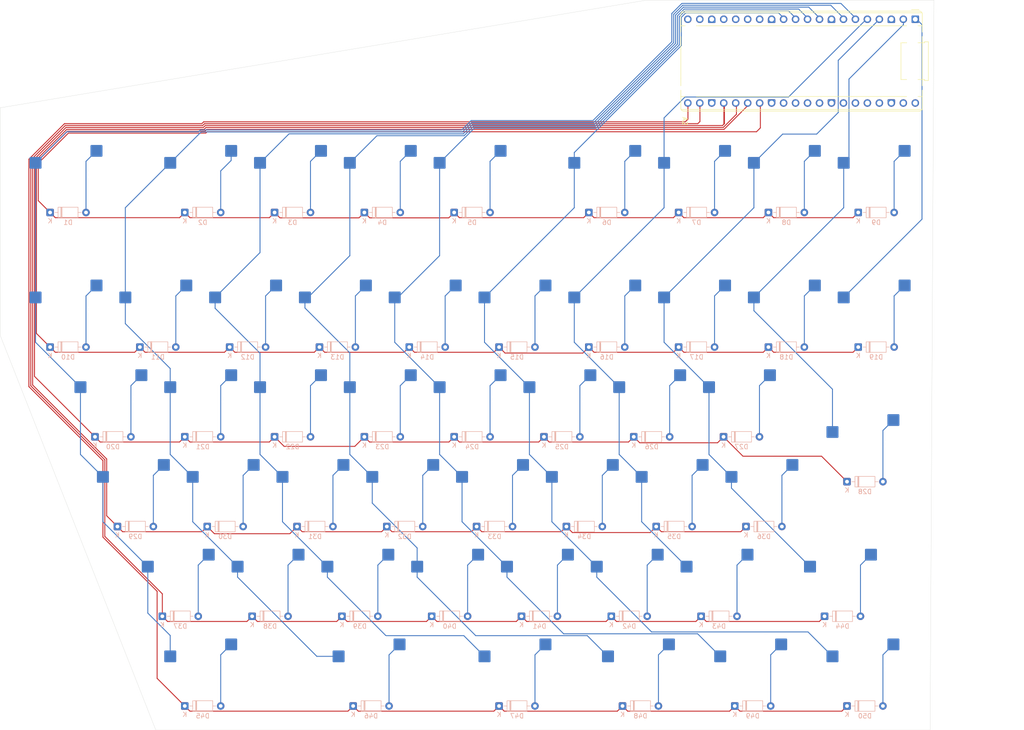
<source format=kicad_pcb>
(kicad_pcb (version 20241229) (generator "pcbnew") (generator_version "9.0")
  (layers (0 "F.Cu" signal) (2 "B.Cu" signal) (13 "F.Paste" user) (15 "B.Paste" user) (5 "F.SilkS" user "F.Silkscreen") (7 "B.SilkS" user "B.Silkscreen") (1 "F.Mask" user) (3 "B.Mask" user) (25 "Edge.Cuts" user))
  (net 0 "")
  (net 1 "Row0")
  (net 2 "Col0")
  (net 3 "Col9")
  (net 4 "Row3")
  (net 5 "Col7")
  (net 6 "Row4")
  (net 7 "Col2")
  (net 8 "Col4")
  (net 9 "Col1")
  (net 10 "Col8")
  (net 11 "Row2")
  (net 12 "Row1")
  (net 13 "Row5")
  (net 14 "Col3")
  (net 15 "Col6")
  (net 16 "Col5")
  (net 17 "Net-(D1-A)")
  (net 18 "Net-(D2-A)")
  (net 19 "Net-(D3-A)")
  (net 20 "Net-(D4-A)")
  (net 21 "Net-(D5-A)")
  (net 22 "Net-(D6-A)")
  (net 23 "Net-(D7-A)")
  (net 24 "Net-(D8-A)")
  (net 25 "Net-(D9-A)")
  (net 26 "Net-(D10-A)")
  (net 27 "Net-(D11-A)")
  (net 28 "Net-(D12-A)")
  (net 29 "Net-(D14-A)")
  (net 30 "Net-(D15-A)")
  (net 31 "Net-(D16-A)")
  (net 32 "Net-(D17-A)")
  (net 33 "Net-(D18-A)")
  (net 34 "Net-(D19-A)")
  (net 35 "Net-(D21-A)")
  (net 36 "Net-(D22-A)")
  (net 37 "Net-(D23-A)")
  (net 38 "Net-(D24-A)")
  (net 39 "Net-(D25-A)")
  (net 40 "Net-(D26-A)")
  (net 41 "Net-(D28-A)")
  (net 42 "Net-(D29-A)")
  (net 43 "Net-(D30-A)")
  (net 44 "Net-(D31-A)")
  (net 45 "Net-(D32-A)")
  (net 46 "Net-(D33-A)")
  (net 47 "Net-(D35-A)")
  (net 48 "Net-(D36-A)")
  (net 49 "Net-(D37-A)")
  (net 50 "Net-(D38-A)")
  (net 51 "Net-(D39-A)")
  (net 52 "Net-(D40-A)")
  (net 53 "Net-(D42-A)")
  (net 54 "Net-(D43-A)")
  (net 55 "Net-(D44-A)")
  (net 56 "Net-(D45-A)")
  (net 57 "Net-(D46-A)")
  (net 58 "Net-(D47-A)")
  (net 59 "Net-(D49-A)")
  (net 60 "Net-(D50-A)")
  (net 61 "Net-(D13-A)")
  (net 62 "Net-(D20-A)")
  (net 63 "Net-(D27-A)")
  (net 64 "Net-(D34-A)")
  (net 65 "Net-(D41-A)")
  (net 66 "Net-(D48-A)")
  (net 67 "Net-(A2-GND-Pad13)")
  (footprint "Module:RaspberryPi_Pico_Common_THT" (layer "F.Cu") (at 219.5575 24.384 -90)
    (property "Reference" "A2")
    (property "Value" "RaspberryPi_Pico")
  )
  (footprint "KeySwitch:MX-Hotswap-1U" (layer "B.Cu") (at 73.339 124.079 180)
    (property "Reference" "SW30")
    (property "Value" "SW_Push")
  )
  (footprint "KeySwitch:MX-Hotswap-1U" (layer "B.Cu") (at 87.6265 57.404 180)
    (property "Reference" "SW3")
    (property "Value" "SW_Push")
  )
  (footprint "Diode_THT:D_DO-35_SOD27_P7.62mm_Horizontal" (layer "B.Cu") (at 205.07025 122.553999)
    (property "Reference" "D28")
    (property "Value" "D")
  )
  (footprint "KeySwitch:MX-Hotswap-1U" (layer "B.Cu") (at 120.964 143.129 180)
    (property "Reference" "SW40")
    (property "Value" "SW_Push")
  )
  (footprint "Diode_THT:D_DO-35_SOD27_P7.62mm_Horizontal" (layer "B.Cu") (at 112.2015 93.978999)
    (property "Reference" "D14")
    (property "Value" "D")
  )
  (footprint "KeySwitch:MX-Hotswap-1U" (layer "B.Cu") (at 68.5765 57.404 180)
    (property "Reference" "SW2")
    (property "Value" "SW_Push")
  )
  (footprint "Diode_THT:D_DO-35_SOD27_P7.62mm_Horizontal" (layer "B.Cu") (at 169.3515 93.978999)
    (property "Reference" "D17")
    (property "Value" "D")
  )
  (footprint "KeySwitch:MX-Hotswap-1U" (layer "B.Cu") (at 135.2515 162.179 180)
    (property "Reference" "SW47")
    (property "Value" "SW_Push")
  )
  (footprint "KeySwitch:MX-Hotswap-1U" (layer "B.Cu") (at 92.389 124.079 180)
    (property "Reference" "SW31")
    (property "Value" "SW_Push")
  )
  (footprint "Diode_THT:D_DO-35_SOD27_P7.62mm_Horizontal" (layer "B.Cu") (at 131.2515 93.978999)
    (property "Reference" "D15")
    (property "Value" "D")
  )
  (footprint "Diode_THT:D_DO-35_SOD27_P7.62mm_Horizontal" (layer "B.Cu") (at 178.8765 113.028999)
    (property "Reference" "D27")
    (property "Value" "D")
  )
  (footprint "Diode_THT:D_DO-35_SOD27_P7.62mm_Horizontal" (layer "B.Cu") (at 69.339 132.078999)
    (property "Reference" "D30")
    (property "Value" "D")
  )
  (footprint "Diode_THT:D_DO-35_SOD27_P7.62mm_Horizontal" (layer "B.Cu") (at 188.4015 93.978999)
    (property "Reference" "D18")
    (property "Value" "D")
  )
  (footprint "KeySwitch:MX-Hotswap-1U" (layer "B.Cu") (at 192.4015 57.404 180)
    (property "Reference" "SW8")
    (property "Value" "SW_Push")
  )
  (footprint "KeySwitch:MX-Hotswap-1U" (layer "B.Cu") (at 40.0015 57.404 180)
    (property "Reference" "SW1")
    (property "Value" "SW_Push")
  )
  (footprint "Diode_THT:D_DO-35_SOD27_P7.62mm_Horizontal" (layer "B.Cu") (at 64.5765 170.178999)
    (property "Reference" "D45")
    (property "Value" "D")
  )
  (footprint "KeySwitch:MX-Hotswap-1U" (layer "B.Cu") (at 159.064 143.129 180)
    (property "Reference" "SW42")
    (property "Value" "SW_Push")
  )
  (footprint "KeySwitch:MX-Hotswap-1U" (layer "B.Cu") (at 211.4515 85.979 180)
    (property "Reference" "SW19")
    (property "Value" "SW_Push")
  )
  (footprint "Diode_THT:D_DO-35_SOD27_P7.62mm_Horizontal" (layer "B.Cu") (at 121.7265 113.028999)
    (property "Reference" "D24")
    (property "Value" "D")
  )
  (footprint "KeySwitch:MX-Hotswap-1U" (layer "B.Cu") (at 106.6765 57.404 180)
    (property "Reference" "SW4")
    (property "Value" "SW_Push")
  )
  (footprint "KeySwitch:MX-Hotswap-1U" (layer "B.Cu") (at 40.0015 85.979 180)
    (property "Reference" "SW10")
    (property "Value" "SW_Push")
  )
  (footprint "Diode_THT:D_DO-35_SOD27_P7.62mm_Horizontal" (layer "B.Cu") (at 205.07025 170.178999)
    (property "Reference" "D50")
    (property "Value" "D")
  )
  (footprint "Diode_THT:D_DO-35_SOD27_P7.62mm_Horizontal" (layer "B.Cu") (at 200.30775 151.128999)
    (property "Reference" "D44")
    (property "Value" "D")
  )
  (footprint "Diode_THT:D_DO-35_SOD27_P7.62mm_Horizontal" (layer "B.Cu") (at 140.7765 113.028999)
    (property "Reference" "D25")
    (property "Value" "D")
  )
  (footprint "KeySwitch:MX-Hotswap-1U" (layer "B.Cu") (at 211.4515 57.404 180)
    (property "Reference" "SW9")
    (property "Value" "SW_Push")
  )
  (footprint "Diode_THT:D_DO-35_SOD27_P7.62mm_Horizontal" (layer "B.Cu") (at 150.3015 93.978999)
    (property "Reference" "D16")
    (property "Value" "D")
  )
  (footprint "Diode_THT:D_DO-35_SOD27_P7.62mm_Horizontal" (layer "B.Cu") (at 159.8265 113.028999)
    (property "Reference" "D26")
    (property "Value" "D")
  )
  (footprint "KeySwitch:MX-Hotswap-1U" (layer "B.Cu") (at 97.1515 85.979 180)
    (property "Reference" "SW13")
    (property "Value" "SW_Push")
  )
  (footprint "Diode_THT:D_DO-35_SOD27_P7.62mm_Horizontal" (layer "B.Cu") (at 169.3515 65.403999)
    (property "Reference" "D7")
    (property "Value" "D")
  )
  (footprint "KeySwitch:MX-Hotswap-1U" (layer "B.Cu") (at 130.489 124.079 180)
    (property "Reference" "SW33")
    (property "Value" "SW_Push")
  )
  (footprint "KeySwitch:MX-Hotswap-1U" (layer "B.Cu") (at 135.2515 85.979 180)
    (property "Reference" "SW15")
    (property "Value" "SW_Push")
  )
  (footprint "Diode_THT:D_DO-35_SOD27_P7.62mm_Horizontal" (layer "B.Cu") (at 107.439 132.078999)
    (property "Reference" "D32")
    (property "Value" "D")
  )
  (footprint "Diode_THT:D_DO-35_SOD27_P7.62mm_Horizontal" (layer "B.Cu") (at 155.064 151.128999)
    (property "Reference" "D42")
    (property "Value" "D")
  )
  (footprint "KeySwitch:MX-Hotswap-1U" (layer "B.Cu") (at 209.07025 162.179 180)
    (property "Reference" "SW50")
    (property "Value" "SW_Push")
  )
  (footprint "Diode_THT:D_DO-35_SOD27_P7.62mm_Horizontal" (layer "B.Cu") (at 102.6765 113.028999)
    (property "Reference" "D23")
    (property "Value" "D")
  )
  (footprint "Diode_THT:D_DO-35_SOD27_P7.62mm_Horizontal" (layer "B.Cu") (at 100.29525 170.178999)
    (property "Reference" "D46")
    (property "Value" "D")
  )
  (footprint "Diode_THT:D_DO-35_SOD27_P7.62mm_Horizontal" (layer "B.Cu") (at 183.639 132.078999)
    (property "Reference" "D36")
    (property "Value" "D")
  )
  (footprint "Diode_THT:D_DO-35_SOD27_P7.62mm_Horizontal" (layer "B.Cu") (at 145.539 132.078999)
    (property "Reference" "D34")
    (property "Value" "D")
  )
  (footprint "Diode_THT:D_DO-35_SOD27_P7.62mm_Horizontal" (layer "B.Cu") (at 207.4515 93.978999)
    (property "Reference" "D19")
    (property "Value" "D")
  )
  (footprint "Diode_THT:D_DO-35_SOD27_P7.62mm_Horizontal" (layer "B.Cu") (at 88.389 132.078999)
    (property "Reference" "D31")
    (property "Value" "D")
  )
  (footprint "Diode_THT:D_DO-35_SOD27_P7.62mm_Horizontal" (layer "B.Cu") (at 50.289 132.078999)
    (property "Reference" "D29")
    (property "Value" "D")
  )
  (footprint "Diode_THT:D_DO-35_SOD27_P7.62mm_Horizontal" (layer "B.Cu") (at 164.589 132.078999)
    (property "Reference" "D35")
    (property "Value" "D")
  )
  (footprint "KeySwitch:MX-Hotswap-1U" (layer "B.Cu") (at 144.7765 105.029 180)
    (property "Reference" "SW25")
    (property "Value" "SW_Push")
  )
  (footprint "KeySwitch:MX-Hotswap-1U" (layer "B.Cu") (at 63.814 143.129 180)
    (property "Reference" "SW37")
    (property "Value" "SW_Push")
  )
  (footprint "KeySwitch:MX-Hotswap-1U" (layer "B.Cu") (at 140.014 143.129 180)
    (property "Reference" "SW41")
    (property "Value" "SW_Push")
  )
  (footprint "KeySwitch:MX-Hotswap-1U" (layer "B.Cu") (at 111.439 124.079 180)
    (property "Reference" "SW32")
    (property "Value" "SW_Push")
  )
  (footprint "Diode_THT:D_DO-35_SOD27_P7.62mm_Horizontal" (layer "B.Cu") (at 116.964 151.128999)
    (property "Reference" "D40")
    (property "Value" "D")
  )
  (footprint "KeySwitch:MX-Hotswap-1U" (layer "B.Cu") (at 68.5765 105.029 180)
    (property "Reference" "SW21")
    (property "Value" "SW_Push")
  )
  (footprint "Diode_THT:D_DO-35_SOD27_P7.62mm_Horizontal" (layer "B.Cu") (at 174.114 151.128999)
    (property "Reference" "D43")
    (property "Value" "D")
  )
  (footprint "KeySwitch:MX-Hotswap-1U" (layer "B.Cu") (at 125.7265 105.029 180)
    (property "Reference" "SW24")
    (property "Value" "SW_Push")
  )
  (footprint "Diode_THT:D_DO-35_SOD27_P7.62mm_Horizontal" (layer "B.Cu") (at 78.864 151.128999)
    (property "Reference" "D38")
    (property "Value" "D")
  )
  (footprint "KeySwitch:MX-Hotswap-1U" (layer "B.Cu") (at 163.8265 105.029 180)
    (property "Reference" "SW26")
    (property "Value" "SW_Push")
  )
  (footprint "KeySwitch:MX-Hotswap-1U" (layer "B.Cu") (at 59.0515 85.979 180)
    (property "Reference" "SW11")
    (property "Value" "SW_Push")
  )
  (footprint "Diode_THT:D_DO-35_SOD27_P7.62mm_Horizontal" (layer "B.Cu") (at 181.25775 170.178999)
    (property "Reference" "D49")
    (property "Value" "D")
  )
  (footprint "Diode_THT:D_DO-35_SOD27_P7.62mm_Horizontal" (layer "B.Cu") (at 131.2515 170.178999)
    (property "Reference" "D47")
    (property "Value" "D")
  )
  (footprint "KeySwitch:MX-Hotswap-1U" (layer "B.Cu") (at 204.30775 143.129 180)
    (property "Reference" "SW44")
    (property "Value" "SW_Push")
  )
  (footprint "KeySwitch:MX-Hotswap-1U" (layer "B.Cu") (at 161.44525 162.179 180)
    (property "Reference" "SW48")
    (property "Value" "SW_Push")
  )
  (footprint "Diode_THT:D_DO-35_SOD27_P7.62mm_Horizontal" (layer "B.Cu") (at 150.3015 65.403999)
    (property "Reference" "D6")
    (property "Value" "D")
  )
  (footprint "KeySwitch:MX-Hotswap-1U" (layer "B.Cu") (at 49.5265 105.029 180)
    (property "Reference" "SW20")
    (property "Value" "SW_Push")
  )
  (footprint "KeySwitch:MX-Hotswap-1U" (layer "B.Cu") (at 185.25775 162.179 180)
    (property "Reference" "SW49")
    (property "Value" "SW_Push")
  )
  (footprint "Diode_THT:D_DO-35_SOD27_P7.62mm_Horizontal" (layer "B.Cu") (at 59.814 151.128999)
    (property "Reference" "D37")
    (property "Value" "D")
  )
  (footprint "Diode_THT:D_DO-35_SOD27_P7.62mm_Horizontal" (layer "B.Cu") (at 207.4515 65.403999)
    (property "Reference" "D9")
    (property "Value" "D")
  )
  (footprint "KeySwitch:MX-Hotswap-1U" (layer "B.Cu") (at 168.589 124.079 180)
    (property "Reference" "SW35")
    (property "Value" "SW_Push")
  )
  (footprint "KeySwitch:MX-Hotswap-1U" (layer "B.Cu") (at 182.8765 105.029 180)
    (property "Reference" "SW27")
    (property "Value" "SW_Push")
  )
  (footprint "KeySwitch:MX-Hotswap-1U" (layer "B.Cu") (at 187.639 124.079 180)
    (property "Reference" "SW36")
    (property "Value" "SW_Push")
  )
  (footprint "KeySwitch:MX-Hotswap-1U" (layer "B.Cu") (at 104.29525 162.179 180)
    (property "Reference" "SW46")
    (property "Value" "SW_Push")
  )
  (footprint "Diode_THT:D_DO-35_SOD27_P7.62mm_Horizontal" (layer "B.Cu") (at 102.6765 65.403999)
    (property "Reference" "D4")
    (property "Value" "D")
  )
  (footprint "KeySwitch:MX-Hotswap-1U" (layer "B.Cu") (at 149.539 124.079 180)
    (property "Reference" "SW34")
    (property "Value" "SW_Push")
  )
  (footprint "KeySwitch:MX-Hotswap-1U" (layer "B.Cu") (at 68.5765 162.179 180)
    (property "Reference" "SW45")
    (property "Value" "SW_Push")
  )
  (footprint "Diode_THT:D_DO-35_SOD27_P7.62mm_Horizontal" (layer "B.Cu") (at 64.5765 113.028999)
    (property "Reference" "D21")
    (property "Value" "D")
  )
  (footprint "Diode_THT:D_DO-35_SOD27_P7.62mm_Horizontal" (layer "B.Cu") (at 83.6265 113.028999)
    (property "Reference" "D22")
    (property "Value" "D")
  )
  (footprint "Diode_THT:D_DO-35_SOD27_P7.62mm_Horizontal" (layer "B.Cu") (at 45.5265 113.028999)
    (property "Reference" "D20")
    (property "Value" "D")
  )
  (footprint "Diode_THT:D_DO-35_SOD27_P7.62mm_Horizontal" (layer "B.Cu") (at 93.1515 93.978999)
    (property "Reference" "D13")
    (property "Value" "D")
  )
  (footprint "KeySwitch:MX-Hotswap-1U" (layer "B.Cu") (at 78.1015 85.979 180)
    (property "Reference" "SW12")
    (property "Value" "SW_Push")
  )
  (footprint "KeySwitch:MX-Hotswap-1U" (layer "B.Cu") (at 125.7265 57.404 180)
    (property "Reference" "SW5")
    (property "Value" "SW_Push")
  )
  (footprint "KeySwitch:MX-Hotswap-1U" (layer "B.Cu") (at 154.3015 85.979 180)
    (property "Reference" "SW16")
    (property "Value" "SW_Push")
  )
  (footprint "Diode_THT:D_DO-35_SOD27_P7.62mm_Horizontal" (layer "B.Cu") (at 188.4015 65.403999)
    (property "Reference" "D8")
    (property "Value" "D")
  )
  (footprint "KeySwitch:MX-Hotswap-1U" (layer "B.Cu") (at 101.914 143.129 180)
    (property "Reference" "SW39")
    (property "Value" "SW_Push")
  )
  (footprint "Diode_THT:D_DO-35_SOD27_P7.62mm_Horizontal" (layer "B.Cu") (at 83.6265 65.403999)
    (property "Reference" "D3")
    (property "Value" "D")
  )
  (footprint "Diode_THT:D_DO-35_SOD27_P7.62mm_Horizontal" (layer "B.Cu") (at 36.0015 93.978999)
    (property "Reference" "D10")
    (property "Value" "D")
  )
  (footprint "Diode_THT:D_DO-35_SOD27_P7.62mm_Horizontal" (layer "B.Cu") (at 36.0015 65.403999)
    (property "Reference" "D1")
    (property "Value" "D")
  )
  (footprint "KeySwitch:MX-Hotswap-1U" (layer "B.Cu") (at 154.3015 57.404 180)
    (property "Reference" "SW6")
    (property "Value" "SW_Push")
  )
  (footprint "Diode_THT:D_DO-35_SOD27_P7.62mm_Horizontal" (layer "B.Cu") (at 157.44525 170.178999)
    (property "Reference" "D48")
    (property "Value" "D")
  )
  (footprint "Diode_THT:D_DO-35_SOD27_P7.62mm_Horizontal" (layer "B.Cu") (at 55.0515 93.978999)
    (property "Reference" "D11")
    (property "Value" "D")
  )
  (footprint "KeySwitch:MX-Hotswap-1U" (layer "B.Cu") (at 116.2015 85.979 180)
    (property "Reference" "SW14")
    (property "Value" "SW_Push")
  )
  (footprint "KeySwitch:MX-Hotswap-1U" (layer "B.Cu") (at 173.3515 85.979 180)
    (property "Reference" "SW17")
    (property "Value" "SW_Push")
  )
  (footprint "Diode_THT:D_DO-35_SOD27_P7.62mm_Horizontal" (layer "B.Cu") (at 126.489 132.078999)
    (property "Reference" "D33")
    (property "Value" "D")
  )
  (footprint "KeySwitch:MX-Hotswap-1U" (layer "B.Cu") (at 173.3515 57.404 180)
    (property "Reference" "SW7")
    (property "Value" "SW_Push")
  )
  (footprint "Diode_THT:D_DO-35_SOD27_P7.62mm_Horizontal" (layer "B.Cu") (at 74.1015 93.978999)
    (property "Reference" "D12")
    (property "Value" "D")
  )
  (footprint "Diode_THT:D_DO-35_SOD27_P7.62mm_Horizontal" (layer "B.Cu") (at 97.914 151.128999)
    (property "Reference" "D39")
    (property "Value" "D")
  )
  (footprint "KeySwitch:MX-Hotswap-1U" (layer "B.Cu") (at 106.6765 105.029 180)
    (property "Reference" "SW23")
    (property "Value" "SW_Push")
  )
  (footprint "KeySwitch:MX-Hotswap-1U" (layer "B.Cu") (at 54.289 124.079 180)
    (property "Reference" "SW29")
    (property "Value" "SW_Push")
  )
  (footprint "KeySwitch:MX-Hotswap-1U" (layer "B.Cu") (at 209.07025 114.554 180)
    (property "Reference" "SW28")
    (property "Value" "SW_Push")
  )
  (footprint "Diode_THT:D_DO-35_SOD27_P7.62mm_Horizontal" (layer "B.Cu") (at 136.014 151.128999)
    (property "Reference" "D41")
    (property "Value" "D")
  )
  (footprint "Diode_THT:D_DO-35_SOD27_P7.62mm_Horizontal" (layer "B.Cu") (at 121.7265 65.403999)
    (property "Reference" "D5")
    (property "Value" "D")
  )
  (footprint "Diode_THT:D_DO-35_SOD27_P7.62mm_Horizontal" (layer "B.Cu") (at 64.5765 65.403999)
    (property "Reference" "D2")
    (property "Value" "D")
  )
  (footprint "KeySwitch:MX-Hotswap-1U" (layer "B.Cu") (at 82.864 143.129 180)
    (property "Reference" "SW38")
    (property "Value" "SW_Push")
  )
  (footprint "KeySwitch:MX-Hotswap-1U" (layer "B.Cu") (at 87.6265 105.029 180)
    (property "Reference" "SW22")
    (property "Value" "SW_Push")
  )
  (footprint "KeySwitch:MX-Hotswap-1U" (layer "B.Cu") (at 178.114 143.129 180)
    (property "Reference" "SW43")
    (property "Value" "SW_Push")
  )
  (footprint "KeySwitch:MX-Hotswap-1U" (layer "B.Cu") (at 192.4015 85.979 180)
    (property "Reference" "SW18")
    (property "Value" "SW_Push")
  )
  (gr_poly (pts (xy 223.52 20.32) (xy 222.7065 175.26) (xy 58.42 175.26) (xy 25.4 91.44) (xy 25.4 43.18) (xy 162.56 20.32)) (stroke (width 0.05)) (fill no) (layer "Edge.Cuts"))
  (segment (start 122.8275 66.504999) (end 149.2005 66.504999) (width 0.2) (layer "F.Cu") (net 1))
  (segment (start 121.7265 65.403999) (end 122.8275 66.504999) (width 0.2) (layer "F.Cu") (net 1))
  (segment (start 33.501 54.9325) (end 33.501 62.903499) (width 0.2) (layer "F.Cu") (net 1))
  (segment (start 36.0015 65.403999) (end 37.1025 66.504999) (width 0.2) (layer "F.Cu") (net 1))
  (segment (start 33.501 62.903499) (end 36.0015 65.403999) (width 0.2) (layer "F.Cu") (net 1))
  (segment (start 120.582499 66.548) (end 121.7265 65.403999) (width 0.2) (layer "F.Cu") (net 1))
  (segment (start 83.6265 65.403999) (end 84.770501 66.548) (width 0.2) (layer "F.Cu") (net 1))
  (segment (start 168.2505 66.504999) (end 169.3515 65.403999) (width 0.2) (layer "F.Cu") (net 1))
  (segment (start 63.4755 66.504999) (end 64.5765 65.403999) (width 0.2) (layer "F.Cu") (net 1))
  (segment (start 170.4525 66.504999) (end 187.3005 66.504999) (width 0.2) (layer "F.Cu") (net 1))
  (segment (start 65.6775 66.504999) (end 82.5255 66.504999) (width 0.2) (layer "F.Cu") (net 1))
  (segment (start 187.3005 66.504999) (end 188.4015 65.403999) (width 0.2) (layer "F.Cu") (net 1))
  (segment (start 102.6765 65.403999) (end 103.820501 66.548) (width 0.2) (layer "F.Cu") (net 1))
  (segment (start 69.319891 48.26) (end 69.025891 48.554) (width 0.2) (layer "F.Cu") (net 1))
  (segment (start 189.5025 66.504999) (end 206.3505 66.504999) (width 0.2) (layer "F.Cu") (net 1))
  (segment (start 64.5765 65.403999) (end 65.6775 66.504999) (width 0.2) (layer "F.Cu") (net 1))
  (segment (start 150.3015 65.403999) (end 151.4025 66.504999) (width 0.2) (layer "F.Cu") (net 1))
  (segment (start 185.875757 48.26) (end 69.319891 48.26) (width 0.2) (layer "F.Cu") (net 1))
  (segment (start 84.770501 66.548) (end 101.532499 66.548) (width 0.2) (layer "F.Cu") (net 1))
  (segment (start 103.820501 66.548) (end 120.582499 66.548) (width 0.2) (layer "F.Cu") (net 1))
  (segment (start 39.8795 48.554) (end 33.501 54.9325) (width 0.2) (layer "F.Cu") (net 1))
  (segment (start 149.2005 66.504999) (end 150.3015 65.403999) (width 0.2) (layer "F.Cu") (net 1))
  (segment (start 206.3505 66.504999) (end 207.4515 65.403999) (width 0.2) (layer "F.Cu") (net 1))
  (segment (start 186.69 47.445757) (end 185.875757 48.26) (width 0.2) (layer "F.Cu") (net 1))
  (segment (start 186.69 42.418) (end 186.69 47.445757) (width 0.2) (layer "F.Cu") (net 1))
  (segment (start 82.5255 66.504999) (end 83.6265 65.403999) (width 0.2) (layer "F.Cu") (net 1))
  (segment (start 188.4015 65.403999) (end 189.5025 66.504999) (width 0.2) (layer "F.Cu") (net 1))
  (segment (start 37.1025 66.504999) (end 63.4755 66.504999) (width 0.2) (layer "F.Cu") (net 1))
  (segment (start 69.025891 48.554) (end 39.8795 48.554) (width 0.2) (layer "F.Cu") (net 1))
  (segment (start 151.4025 66.504999) (end 168.2505 66.504999) (width 0.2) (layer "F.Cu") (net 1))
  (segment (start 101.532499 66.548) (end 102.6765 65.403999) (width 0.2) (layer "F.Cu") (net 1))
  (segment (start 169.3515 65.403999) (end 170.4525 66.504999) (width 0.2) (layer "F.Cu") (net 1))
  (segment (start 42.4415 102.489) (end 42.4415 116.7765) (width 0.2) (layer "B.Cu") (net 2))
  (segment (start 39.5205 48.26) (end 67.5284 48.26) (width 0.2) (layer "B.Cu") (net 2))
  (segment (start 32.9165 83.439) (end 32.9165 92.964) (width 0.2) (layer "B.Cu") (net 2))
  (segment (start 32.9165 54.864) (end 39.5205 48.26) (width 0.2) (layer "B.Cu") (net 2))
  (segment (start 167.894 29.164269) (end 167.894 23.16995) (width 0.2) (layer "B.Cu") (net 2))
  (segment (start 151.164269 45.894) (end 167.894 29.164269) (width 0.2) (layer "B.Cu") (net 2))
  (segment (start 123.3406 47.8965) (end 125.3431 45.894) (width 0.2) (layer "B.Cu") (net 2))
  (segment (start 125.3431 45.894) (end 151.164269 45.894) (width 0.2) (layer "B.Cu") (net 2))
  (segment (start 42.4415 116.7765) (end 47.204 121.539) (width 0.2) (layer "B.Cu") (net 2))
  (segment (start 47.204 131.064) (end 56.729 140.589) (width 0.2) (layer "B.Cu") (net 2))
  (segment (start 56.729 150.455) (end 61.4915 155.2175) (width 0.2) (layer "B.Cu") (net 2))
  (segment (start 67.5284 48.26) (end 67.8919 47.8965) (width 0.2) (layer "B.Cu") (net 2))
  (segment (start 32.9165 92.964) (end 42.4415 102.489) (width 0.2) (layer "B.Cu") (net 2))
  (segment (start 32.9165 54.864) (end 32.9165 83.439) (width 0.2) (layer "B.Cu") (net 2))
  (segment (start 170.04495 21.019) (end 203.7755 21.019) (width 0.2) (layer "B.Cu") (net 2))
  (segment (start 56.729 140.589) (end 56.729 150.455) (width 0.2) (layer "B.Cu") (net 2))
  (segment (start 67.8919 47.8965) (end 123.3406 47.8965) (width 0.2) (layer "B.Cu") (net 2))
  (segment (start 61.4915 155.2175) (end 61.4915 159.639) (width 0.2) (layer "B.Cu") (net 2))
  (segment (start 167.894 23.16995) (end 170.04495 21.019) (width 0.2) (layer "B.Cu") (net 2))
  (segment (start 47.204 121.539) (end 47.204 131.064) (width 0.2) (layer "B.Cu") (net 2))
  (segment (start 203.7755 21.019) (end 206.8865 24.13) (width 0.2) (layer "B.Cu") (net 2))
  (segment (start 220.98 25.5235) (end 219.5865 24.13) (width 0.2) (layer "B.Cu") (net 3))
  (segment (start 204.3665 83.439) (end 220.98 66.8255) (width 0.2) (layer "B.Cu") (net 3))
  (segment (start 220.98 66.8255) (end 220.98 25.5235) (width 0.2) (layer "B.Cu") (net 3))
  (segment (start 144.438 133.179999) (end 145.539 132.078999) (width 0.2) (layer "F.Cu") (net 4))
  (segment (start 145.539 132.078999) (end 146.810001 133.35) (width 0.2) (layer "F.Cu") (net 4))
  (segment (start 108.54 133.179999) (end 125.388 133.179999) (width 0.2) (layer "F.Cu") (net 4))
  (segment (start 127.59 133.179999) (end 144.438 133.179999) (width 0.2) (layer "F.Cu") (net 4))
  (segment (start 48.0071 117.7389) (end 32.298 102.0298) (width 0.2) (layer "F.Cu") (net 4))
  (segment (start 165.69 133.179999) (end 182.538 133.179999) (width 0.2) (layer "F.Cu") (net 4))
  (segment (start 126.489 132.078999) (end 127.59 133.179999) (width 0.2) (layer "F.Cu") (net 4))
  (segment (start 86.863999 133.604) (end 88.389 132.078999) (width 0.2) (layer "F.Cu") (net 4))
  (segment (start 163.317999 133.35) (end 164.589 132.078999) (width 0.2) (layer "F.Cu") (net 4))
  (segment (start 182.538 133.179999) (end 183.639 132.078999) (width 0.2) (layer "F.Cu") (net 4))
  (segment (start 179.07 42.418) (end 179.07 46.5323) (width 0.2) (layer "F.Cu") (net 4))
  (segment (start 32.298 102.0298) (end 32.298 54.4342) (width 0.2) (layer "F.Cu") (net 4))
  (segment (start 178.6523 46.95) (end 178.9465 46.6558) (width 0.2) (layer "F.Cu") (net 4))
  (segment (start 125.388 133.179999) (end 126.489 132.078999) (width 0.2) (layer "F.Cu") (net 4))
  (segment (start 107.439 132.078999) (end 108.54 133.179999) (width 0.2) (layer "F.Cu") (net 4))
  (segment (start 179.07 46.5323) (end 178.9465 46.6558) (width 0.2) (layer "F.Cu") (net 4))
  (segment (start 68.928591 46.95) (end 178.6523 46.95) (width 0.2) (layer "F.Cu") (net 4))
  (segment (start 70.864001 133.604) (end 86.863999 133.604) (width 0.2) (layer "F.Cu") (net 4))
  (segment (start 48.0071 129.797099) (end 48.0071 117.7389) (width 0.2) (layer "F.Cu") (net 4))
  (segment (start 32.298 54.4342) (end 39.3812 47.351) (width 0.2) (layer "F.Cu") (net 4))
  (segment (start 68.238 133.179999) (end 69.339 132.078999) (width 0.2) (layer "F.Cu") (net 4))
  (segment (start 89.49 133.179999) (end 106.338 133.179999) (width 0.2) (layer "F.Cu") (net 4))
  (segment (start 106.338 133.179999) (end 107.439 132.078999) (width 0.2) (layer "F.Cu") (net 4))
  (segment (start 50.289 132.078999) (end 51.39 133.179999) (width 0.2) (layer "F.Cu") (net 4))
  (segment (start 69.339 132.078999) (end 70.864001 133.604) (width 0.2) (layer "F.Cu") (net 4))
  (segment (start 50.289 132.078999) (end 48.0071 129.797099) (width 0.2) (layer "F.Cu") (net 4))
  (segment (start 51.39 133.179999) (end 68.238 133.179999) (width 0.2) (layer "F.Cu") (net 4))
  (segment (start 68.527591 47.351) (end 68.928591 46.95) (width 0.2) (layer "F.Cu") (net 4))
  (segment (start 88.389 132.078999) (end 89.49 133.179999) (width 0.2) (layer "F.Cu") (net 4))
  (segment (start 178.9465 46.6558) (end 178.9465 42.71) (width 0.2) (layer "F.Cu") (net 4))
  (segment (start 39.3812 47.351) (end 68.527591 47.351) (width 0.2) (layer "F.Cu") (net 4))
  (segment (start 164.589 132.078999) (end 165.69 133.179999) (width 0.2) (layer "F.Cu") (net 4))
  (segment (start 146.810001 133.35) (end 163.317999 133.35) (width 0.2) (layer "F.Cu") (net 4))
  (segment (start 166.2665 92.964) (end 175.7915 102.489) (width 0.2) (layer "B.Cu") (net 5))
  (segment (start 175.7915 102.489) (end 175.7915 116.7765) (width 0.2) (layer "B.Cu") (net 5))
  (segment (start 185.3165 64.389) (end 185.3165 54.864) (width 0.2) (layer "B.Cu") (net 5))
  (segment (start 185.3165 54.864) (end 191.4125 48.768) (width 0.2) (layer "B.Cu") (net 5))
  (segment (start 166.2665 83.439) (end 166.2665 92.964) (width 0.2) (layer "B.Cu") (net 5))
  (segment (start 166.2665 83.439) (end 185.3165 64.389) (width 0.2) (layer "B.Cu") (net 5))
  (segment (start 180.554 121.539) (end 180.554 123.92025) (width 0.2) (layer "B.Cu") (net 5))
  (segment (start 185.3165 54.864) (end 185.32955 54.864) (width 0.2) (layer "B.Cu") (net 5))
  (segment (start 180.554 123.92025) (end 197.22275 140.589) (width 0.2) (layer "B.Cu") (net 5))
  (segment (start 203.2165 44.1795) (end 203.2165 33.105) (width 0.2) (layer "B.Cu") (net 5))
  (segment (start 175.7915 116.7765) (end 180.554 121.539) (width 0.2) (layer "B.Cu") (net 5))
  (segment (start 191.4125 48.768) (end 198.628 48.768) (width 0.2) (layer "B.Cu") (net 5))
  (segment (start 203.2165 33.105) (end 211.9375 24.384) (width 0.2) (layer "B.Cu") (net 5))
  (segment (start 198.628 48.768) (end 203.2165 44.1795) (width 0.2) (layer "B.Cu") (net 5))
  (segment (start 199.20675 152.229999) (end 200.30775 151.128999) (width 0.2) (layer "F.Cu") (net 6))
  (segment (start 31.897 102.1959) (end 31.897 54.2681) (width 0.2) (layer "F.Cu") (net 6))
  (segment (start 99.015 152.229999) (end 115.863 152.229999) (width 0.2) (layer "F.Cu") (net 6))
  (segment (start 174.114 151.128999) (end 175.215 152.229999) (width 0.2) (layer "F.Cu") (net 6))
  (segment (start 156.165 152.229999) (end 173.013 152.229999) (width 0.2) (layer "F.Cu") (net 6))
  (segment (start 68.762491 46.549) (end 173.415 46.549) (width 0.2) (layer "F.Cu") (net 6))
  (segment (start 175.215 152.229999) (end 199.20675 152.229999) (width 0.2) (layer "F.Cu") (net 6))
  (segment (start 173.415 46.549) (end 173.8665 46.0975) (width 0.2) (layer "F.Cu") (net 6))
  (segment (start 47.6061 134.161) (end 47.6061 117.905) (width 0.2) (layer "F.Cu") (net 6))
  (segment (start 60.915 152.229999) (end 77.763 152.229999) (width 0.2) (layer "F.Cu") (net 6))
  (segment (start 136.014 151.128999) (end 137.115 152.229999) (width 0.2) (layer "F.Cu") (net 6))
  (segment (start 78.864 151.128999) (end 79.965 152.229999) (width 0.2) (layer "F.Cu") (net 6))
  (segment (start 47.6061 117.905) (end 31.897 102.1959) (width 0.2) (layer "F.Cu") (net 6))
  (segment (start 137.115 152.229999) (end 153.963 152.229999) (width 0.2) (layer "F.Cu") (net 6))
  (segment (start 31.897 54.2681) (end 39.2151 46.95) (width 0.2) (layer "F.Cu") (net 6))
  (segment (start 155.064 151.128999) (end 156.165 152.229999) (width 0.2) (layer "F.Cu") (net 6))
  (segment (start 59.814 151.128999) (end 59.814 146.3689) (width 0.2) (layer "F.Cu") (net 6))
  (segment (start 115.863 152.229999) (end 116.964 151.128999) (width 0.2) (layer "F.Cu") (net 6))
  (segment (start 97.914 151.128999) (end 99.015 152.229999) (width 0.2) (layer "F.Cu") (net 6))
  (segment (start 173.8665 46.0975) (end 173.8665 41.91) (width 0.2) (layer "F.Cu") (net 6))
  (segment (start 153.963 152.229999) (end 155.064 151.128999) (width 0.2) (layer "F.Cu") (net 6))
  (segment (start 59.814 151.128999) (end 60.915 152.229999) (width 0.2) (layer "F.Cu") (net 6))
  (segment (start 118.065 152.229999) (end 134.913 152.229999) (width 0.2) (layer "F.Cu") (net 6))
  (segment (start 77.763 152.229999) (end 78.864 151.128999) (width 0.2) (layer "F.Cu") (net 6))
  (segment (start 116.964 151.128999) (end 118.065 152.229999) (width 0.2) (layer "F.Cu") (net 6))
  (segment (start 173.013 152.229999) (end 174.114 151.128999) (width 0.2) (layer "F.Cu") (net 6))
  (segment (start 79.965 152.229999) (end 96.813 152.229999) (width 0.2) (layer "F.Cu") (net 6))
  (segment (start 59.814 146.3689) (end 47.6061 134.161) (width 0.2) (layer "F.Cu") (net 6))
  (segment (start 134.913 152.229999) (end 136.014 151.128999) (width 0.2) (layer "F.Cu") (net 6))
  (segment (start 39.2151 46.95) (end 68.361491 46.95) (width 0.2) (layer "F.Cu") (net 6))
  (segment (start 68.361491 46.95) (end 68.762491 46.549) (width 0.2) (layer "F.Cu") (net 6))
  (segment (start 96.813 152.229999) (end 97.914 151.128999) (width 0.2) (layer "F.Cu") (net 6))
  (segment (start 80.5415 95.2735) (end 80.5415 102.489) (width 0.2) (layer "B.Cu") (net 7))
  (segment (start 80.5415 102.489) (end 80.5415 116.7765) (width 0.2) (layer "B.Cu") (net 7))
  (segment (start 85.304 121.539) (end 85.304 131.064) (width 0.2) (layer "B.Cu") (net 7))
  (segment (start 80.5415 73.914) (end 71.0165 83.439) (width 0.2) (layer "B.Cu") (net 7))
  (segment (start 94.829 142.823743) (end 107.253257 155.248) (width 0.2) (layer "B.Cu") (net 7))
  (segment (start 170.37715 21.821) (end 196.9575 21.821) (width 0.2) (layer "B.Cu") (net 7))
  (segment (start 107.253257 155.248) (end 123.7755 155.248) (width 0.2) (layer "B.Cu") (net 7))
  (segment (start 168.696 23.50215) (end 170.37715 21.821) (width 0.2) (layer "B.Cu") (net 7))
  (segment (start 151.496469 46.696) (end 168.696 29.496469) (width 0.2) (layer "B.Cu") (net 7))
  (segment (start 123.6728 48.6985) (end 125.6753 46.696) (width 0.2) (layer "B.Cu") (net 7))
  (segment (start 125.6753 46.696) (end 151.496469 46.696) (width 0.2) (layer "B.Cu") (net 7))
  (segment (start 71.0165 85.7485) (end 80.5415 95.2735) (width 0.2) (layer "B.Cu") (net 7))
  (segment (start 168.696 29.496469) (end 168.696 23.50215) (width 0.2) (layer "B.Cu") (net 7))
  (segment (start 71.0165 83.439) (end 71.0165 85.7485) (width 0.2) (layer "B.Cu") (net 7))
  (segment (start 94.829 140.589) (end 94.829 142.823743) (width 0.2) (layer "B.Cu") (net 7))
  (segment (start 85.304 131.064) (end 94.829 140.589) (width 0.2) (layer "B.Cu") (net 7))
  (segment (start 80.5415 54.864) (end 80.6415 54.864) (width 0.2) (layer "B.Cu") (net 7))
  (segment (start 123.7755 155.248) (end 128.1665 159.639) (width 0.2) (layer "B.Cu") (net 7))
  (segment (start 80.5415 54.864) (end 86.707 48.6985) (width 0.2) (layer "B.Cu") (net 7))
  (segment (start 80.5415 116.7765) (end 85.304 121.539) (width 0.2) (layer "B.Cu") (net 7))
  (segment (start 86.707 48.6985) (end 123.6728 48.6985) (width 0.2) (layer "B.Cu") (net 7))
  (segment (start 80.5415 54.864) (end 80.5415 73.914) (width 0.2) (layer "B.Cu") (net 7))
  (segment (start 196.9575 21.821) (end 199.2665 24.13) (width 0.2) (layer "B.Cu") (net 7))
  (segment (start 173.38075 154.847) (end 178.17275 159.639) (width 0.2) (layer "B.Cu") (net 8))
  (segment (start 126.0075 47.498) (end 151.828669 47.498) (width 0.2) (layer "B.Cu") (net 8))
  (segment (start 109.773791 83.439) (end 109.1165 83.439) (width 0.2) (layer "B.Cu") (net 8))
  (segment (start 123.9815 49.5005) (end 124.005 49.5005) (width 0.2) (layer "B.Cu") (net 8))
  (segment (start 118.6415 54.8405) (end 123.9815 49.5005) (width 0.2) (layer "B.Cu") (net 8))
  (segment (start 123.404 131.064) (end 132.929 140.589) (width 0.2) (layer "B.Cu") (net 8))
  (segment (start 109.1165 83.439) (end 109.1165 92.964) (width 0.2) (layer "B.Cu") (net 8))
  (segment (start 124.005 49.5005) (end 126.0075 47.498) (width 0.2) (layer "B.Cu") (net 8))
  (segment (start 192.6795 22.623) (end 194.1865 24.13) (width 0.2) (layer "B.Cu") (net 8))
  (segment (start 118.6415 54.864) (end 118.6415 74.571291) (width 0.2) (layer "B.Cu") (net 8))
  (segment (start 132.929 142.823743) (end 144.952257 154.847) (width 0.2) (layer "B.Cu") (net 8))
  (segment (start 170.70935 22.623) (end 192.6795 22.623) (width 0.2) (layer "B.Cu") (net 8))
  (segment (start 169.498 29.828669) (end 169.498 23.83435) (width 0.2) (layer "B.Cu") (net 8))
  (segment (start 109.1165 92.964) (end 118.6415 102.489) (width 0.2) (layer "B.Cu") (net 8))
  (segment (start 151.828669 47.498) (end 169.498 29.828669) (width 0.2) (layer "B.Cu") (net 8))
  (segment (start 123.404 121.539) (end 123.404 131.064) (width 0.2) (layer "B.Cu") (net 8))
  (segment (start 132.929 140.589) (end 132.929 142.823743) (width 0.2) (layer "B.Cu") (net 8))
  (segment (start 169.498 23.83435) (end 170.70935 22.623) (width 0.2) (layer "B.Cu") (net 8))
  (segment (start 118.6415 116.7765) (end 123.404 121.539) (width 0.2) (layer "B.Cu") (net 8))
  (segment (start 144.952257 154.847) (end 173.38075 154.847) (width 0.2) (layer "B.Cu") (net 8))
  (segment (start 118.6415 74.571291) (end 109.773791 83.439) (width 0.2) (layer "B.Cu") (net 8))
  (segment (start 118.6415 54.864) (end 118.6415 54.8405) (width 0.2) (layer "B.Cu") (net 8))
  (segment (start 118.6415 102.489) (end 118.6415 116.7765) (width 0.2) (layer "B.Cu") (net 8))
  (segment (start 123.5067 48.2975) (end 125.5092 46.295) (width 0.2) (layer "B.Cu") (net 9))
  (segment (start 170.21105 21.42) (end 201.6365 21.42) (width 0.2) (layer "B.Cu") (net 9))
  (segment (start 61.4915 54.864) (end 68.058 48.2975) (width 0.2) (layer "B.Cu") (net 9))
  (segment (start 61.4915 98.532839) (end 61.4915 102.489) (width 0.2) (layer "B.Cu") (net 9))
  (segment (start 75.779 142.823743) (end 92.594257 159.639) (width 0.2) (layer "B.Cu") (net 9))
  (segment (start 151.330369 46.295) (end 168.295 29.330369) (width 0.2) (layer "B.Cu") (net 9))
  (segment (start 61.4915 116.7765) (end 66.254 121.539) (width 0.2) (layer "B.Cu") (net 9))
  (segment (start 66.254 131.064) (end 75.779 140.589) (width 0.2) (layer "B.Cu") (net 9))
  (segment (start 68.058 48.2975) (end 123.5067 48.2975) (width 0.2) (layer "B.Cu") (net 9))
  (segment (start 125.5092 46.295) (end 151.330369 46.295) (width 0.2) (layer "B.Cu") (net 9))
  (segment (start 168.295 29.330369) (end 168.295 23.33605) (width 0.2) (layer "B.Cu") (net 9))
  (segment (start 51.9665 83.439) (end 51.9665 64.389) (width 0.2) (layer "B.Cu") (net 9))
  (segment (start 92.594257 159.639) (end 97.21025 159.639) (width 0.2) (layer "B.Cu") (net 9))
  (segment (start 51.9665 89.007839) (end 61.4915 98.532839) (width 0.2) (layer "B.Cu") (net 9))
  (segment (start 51.9665 64.389) (end 61.4915 54.864) (width 0.2) (layer "B.Cu") (net 9))
  (segment (start 168.295 23.33605) (end 170.21105 21.42) (width 0.2) (layer "B.Cu") (net 9))
  (segment (start 51.9665 83.439) (end 51.9665 89.007839) (width 0.2) (layer "B.Cu") (net 9))
  (segment (start 61.4915 102.489) (end 61.4915 116.7765) (width 0.2) (layer "B.Cu") (net 9))
  (segment (start 75.779 140.589) (end 75.779 142.823743) (width 0.2) (layer "B.Cu") (net 9))
  (segment (start 201.6365 21.42) (end 204.3465 24.13) (width 0.2) (layer "B.Cu") (net 9))
  (segment (start 66.254 121.539) (end 66.254 131.064) (width 0.2) (layer "B.Cu") (net 9))
  (segment (start 185.3165 83.439) (end 185.3165 86.2565) (width 0.2) (layer "B.Cu") (net 10))
  (segment (start 185.3165 86.2565) (end 201.98525 102.92525) (width 0.2) (layer "B.Cu") (net 10))
  (segment (start 204.3665 54.864) (end 205.486 53.7445) (width 0.2) (layer "B.Cu") (net 10))
  (segment (start 205.486 53.7445) (end 205.486 37.084) (width 0.2) (layer "B.Cu") (net 10))
  (segment (start 217.0465 25.5235) (end 217.0465 24.13) (width 0.2) (layer "B.Cu") (net 10))
  (segment (start 201.98525 102.92525) (end 201.98525 112.014) (width 0.2) (layer "B.Cu") (net 10))
  (segment (start 185.3165 83.439) (end 204.3665 64.389) (width 0.2) (layer "B.Cu") (net 10))
  (segment (start 205.486 37.084) (end 217.0465 25.5235) (width 0.2) (layer "B.Cu") (net 10))
  (segment (start 204.3665 64.389) (end 204.3665 54.864) (width 0.2) (layer "B.Cu") (net 10))
  (segment (start 32.699 100.201499) (end 32.699 54.6003) (width 0.2) (layer "F.Cu") (net 11))
  (segment (start 161.097501 114.3) (end 177.605499 114.3) (width 0.2) (layer "F.Cu") (net 11))
  (segment (start 158.7255 114.129999) (end 159.8265 113.028999) (width 0.2) (layer "F.Cu") (net 11))
  (segment (start 32.699 54.6003) (end 39.5473 47.752) (width 0.2) (layer "F.Cu") (net 11))
  (segment (start 139.6755 114.129999) (end 140.7765 113.028999) (width 0.2) (layer "F.Cu") (net 11))
  (segment (start 122.8275 114.129999) (end 139.6755 114.129999) (width 0.2) (layer "F.Cu") (net 11))
  (segment (start 177.605499 114.3) (end 178.8765 113.028999) (width 0.2) (layer "F.Cu") (net 11))
  (segment (start 199.664251 117.148) (end 205.07025 122.553999) (width 0.2) (layer "F.Cu") (net 11))
  (segment (start 120.6255 114.129999) (end 121.7265 113.028999) (width 0.2) (layer "F.Cu") (net 11))
  (segment (start 45.5265 113.028999) (end 32.699 100.201499) (width 0.2) (layer "F.Cu") (net 11))
  (segment (start 181.4865 42.71) (end 181.4865 41.91) (width 0.2) (layer "F.Cu") (net 11))
  (segment (start 100.643499 115.062) (end 102.6765 113.028999) (width 0.2) (layer "F.Cu") (net 11))
  (segment (start 85.659501 115.062) (end 100.643499 115.062) (width 0.2) (layer "F.Cu") (net 11))
  (segment (start 64.5765 113.028999) (end 65.6775 114.129999) (width 0.2) (layer "F.Cu") (net 11))
  (segment (start 69.094691 47.351) (end 178.8184 47.351) (width 0.2) (layer "F.Cu") (net 11))
  (segment (start 141.8775 114.129999) (end 158.7255 114.129999) (width 0.2) (layer "F.Cu") (net 11))
  (segment (start 159.8265 113.028999) (end 161.097501 114.3) (width 0.2) (layer "F.Cu") (net 11))
  (segment (start 182.995501 117.148) (end 199.664251 117.148) (width 0.2) (layer "F.Cu") (net 11))
  (segment (start 39.5473 47.752) (end 68.693691 47.752) (width 0.2) (layer "F.Cu") (net 11))
  (segment (start 103.7775 114.129999) (end 120.6255 114.129999) (width 0.2) (layer "F.Cu") (net 11))
  (segment (start 121.7265 113.028999) (end 122.8275 114.129999) (width 0.2) (layer "F.Cu") (net 11))
  (segment (start 102.6765 113.028999) (end 103.7775 114.129999) (width 0.2) (layer "F.Cu") (net 11))
  (segment (start 83.6265 113.028999) (end 85.659501 115.062) (width 0.2) (layer "F.Cu") (net 11))
  (segment (start 65.6775 114.129999) (end 82.5255 114.129999) (width 0.2) (layer "F.Cu") (net 11))
  (segment (start 178.8765 113.028999) (end 182.995501 117.148) (width 0.2) (layer "F.Cu") (net 11))
  (segment (start 181.61 42.418) (end 181.61 44.5594) (width 0.2) (layer "F.Cu") (net 11))
  (segment (start 63.4755 114.129999) (end 64.5765 113.028999) (width 0.2) (layer "F.Cu") (net 11))
  (segment (start 45.5265 113.028999) (end 46.6275 114.129999) (width 0.2) (layer "F.Cu") (net 11))
  (segment (start 181.61 44.5594) (end 178.8184 47.351) (width 0.2) (layer "F.Cu") (net 11))
  (segment (start 140.7765 113.028999) (end 141.8775 114.129999) (width 0.2) (layer "F.Cu") (net 11))
  (segment (start 82.5255 114.129999) (end 83.6265 113.028999) (width 0.2) (layer "F.Cu") (net 11))
  (segment (start 68.693691 47.752) (end 69.094691 47.351) (width 0.2) (layer "F.Cu") (net 11))
  (segment (start 46.6275 114.129999) (end 63.4755 114.129999) (width 0.2) (layer "F.Cu") (net 11))
  (segment (start 131.2515 93.978999) (end 132.522501 95.25) (width 0.2) (layer "F.Cu") (net 12))
  (segment (start 150.3015 93.978999) (end 151.4025 95.079999) (width 0.2) (layer "F.Cu") (net 12))
  (segment (start 37.1025 95.079999) (end 53.9505 95.079999) (width 0.2) (layer "F.Cu") (net 12))
  (segment (start 151.4025 95.079999) (end 168.2505 95.079999) (width 0.2) (layer "F.Cu") (net 12))
  (segment (start 36.0015 93.978999) (end 37.1025 95.079999) (width 0.2) (layer "F.Cu") (net 12))
  (segment (start 53.9505 95.079999) (end 55.0515 93.978999) (width 0.2) (layer "F.Cu") (net 12))
  (segment (start 73.0005 95.079999) (end 74.1015 93.978999) (width 0.2) (layer "F.Cu") (net 12))
  (segment (start 56.1525 95.079999) (end 73.0005 95.079999) (width 0.2) (layer "F.Cu") (net 12))
  (segment (start 68.859791 48.153) (end 69.260791 47.752) (width 0.2) (layer "F.Cu") (net 12))
  (segment (start 188.4015 93.978999) (end 189.5025 95.079999) (width 0.2) (layer "F.Cu") (net 12))
  (segment (start 39.7134 48.153) (end 68.859791 48.153) (width 0.2) (layer "F.Cu") (net 12))
  (segment (start 132.522501 95.25) (end 149.030499 95.25) (width 0.2) (layer "F.Cu") (net 12))
  (segment (start 170.4525 95.079999) (end 187.3005 95.079999) (width 0.2) (layer "F.Cu") (net 12))
  (segment (start 92.0505 95.079999) (end 93.1515 93.978999) (width 0.2) (layer "F.Cu") (net 12))
  (segment (start 33.1 54.7664) (end 39.7134 48.153) (width 0.2) (layer "F.Cu") (net 12))
  (segment (start 149.030499 95.25) (end 150.3015 93.978999) (width 0.2) (layer "F.Cu") (net 12))
  (segment (start 111.1005 95.079999) (end 112.2015 93.978999) (width 0.2) (layer "F.Cu") (net 12))
  (segment (start 184.15 42.418) (end 184.15 42.5865) (width 0.2) (layer "F.Cu") (net 12))
  (segment (start 206.3505 95.079999) (end 207.4515 93.978999) (width 0.2) (layer "F.Cu") (net 12))
  (segment (start 113.3025 95.079999) (end 130.1505 95.079999) (width 0.2) (layer "F.Cu") (net 12))
  (segment (start 55.0515 93.978999) (end 56.1525 95.079999) (width 0.2) (layer "F.Cu") (net 12))
  (segment (start 93.1515 93.978999) (end 94.2525 95.079999) (width 0.2) (layer "F.Cu") (net 12))
  (segment (start 74.1015 93.978999) (end 75.2025 95.079999) (width 0.2) (layer "F.Cu") (net 12))
  (segment (start 69.260791 47.752) (end 178.9845 47.752) (width 0.2) (layer "F.Cu") (net 12))
  (segment (start 94.2525 95.079999) (end 111.1005 95.079999) (width 0.2) (layer "F.Cu") (net 12))
  (segment (start 168.2505 95.079999) (end 169.3515 93.978999) (width 0.2) (layer "F.Cu") (net 12))
  (segment (start 130.1505 95.079999) (end 131.2515 93.978999) (width 0.2) (layer "F.Cu") (net 12))
  (segment (start 36.0015 93.978999) (end 33.1 91.077499) (width 0.2) (layer "F.Cu") (net 12))
  (segment (start 75.2025 95.079999) (end 92.0505 95.079999) (width 0.2) (layer "F.Cu") (net 12))
  (segment (start 184.15 42.5865) (end 178.9845 47.752) (width 0.2) (layer "F.Cu") (net 12))
  (segment (start 169.3515 93.978999) (end 170.4525 95.079999) (width 0.2) (layer "F.Cu") (net 12))
  (segment (start 189.5025 95.079999) (end 206.3505 95.079999) (width 0.2) (layer "F.Cu") (net 12))
  (segment (start 33.1 91.077499) (end 33.1 54.7664) (width 0.2) (layer "F.Cu") (net 12))
  (segment (start 187.3005 95.079999) (end 188.4015 93.978999) (width 0.2) (layer "F.Cu") (net 12))
  (segment (start 112.2015 93.978999) (end 113.3025 95.079999) (width 0.2) (layer "F.Cu") (net 12))
  (segment (start 100.29525 170.178999) (end 101.39625 171.279999) (width 0.2) (layer "F.Cu") (net 13))
  (segment (start 131.2515 170.178999) (end 132.3525 171.279999) (width 0.2) (layer "F.Cu") (net 13))
  (segment (start 58.713 145.835) (end 47.2051 134.3271) (width 0.2) (layer "F.Cu") (net 13))
  (segment (start 157.44525 170.178999) (end 158.54625 171.279999) (width 0.2) (layer "F.Cu") (net 13))
  (segment (start 132.3525 171.279999) (end 156.34425 171.279999) (width 0.2) (layer "F.Cu") (net 13))
  (segment (start 65.6775 171.279999) (end 99.19425 171.279999) (width 0.2) (layer "F.Cu") (net 13))
  (segment (start 182.35875 171.279999) (end 203.96925 171.279999) (width 0.2) (layer "F.Cu") (net 13))
  (segment (start 64.5765 170.178999) (end 65.6775 171.279999) (width 0.2) (layer "F.Cu") (net 13))
  (segment (start 39.049 46.549) (end 68.195391 46.549) (width 0.2) (layer "F.Cu") (net 13))
  (segment (start 99.19425 171.279999) (end 100.29525 170.178999) (width 0.2) (layer "F.Cu") (net 13))
  (segment (start 47.2051 134.3271) (end 47.2051 118.0711) (width 0.2) (layer "F.Cu") (net 13))
  (segment (start 64.5765 170.178999) (end 58.713 164.315499) (width 0.2) (layer "F.Cu") (net 13))
  (segment (start 130.1505 171.279999) (end 131.2515 170.178999) (width 0.2) (layer "F.Cu") (net 13))
  (segment (start 180.15675 171.279999) (end 181.25775 170.178999) (width 0.2) (layer "F.Cu") (net 13))
  (segment (start 181.25775 170.178999) (end 182.35875 171.279999) (width 0.2) (layer "F.Cu") (net 13))
  (segment (start 203.96925 171.279999) (end 205.07025 170.178999) (width 0.2) (layer "F.Cu") (net 13))
  (segment (start 101.39625 171.279999) (end 130.1505 171.279999) (width 0.2) (layer "F.Cu") (net 13))
  (segment (start 68.596391 46.148) (end 170.768 46.148) (width 0.2) (layer "F.Cu") (net 13))
  (segment (start 171.3265 45.5895) (end 171.3265 42.71) (width 0.2) (layer "F.Cu") (net 13))
  (segment (start 31.496 102.362) (end 31.496 54.102) (width 0.2) (layer "F.Cu") (net 13))
  (segment (start 47.2051 118.0711) (end 31.496 102.362) (width 0.2) (layer "F.Cu") (net 13))
  (segment (start 156.34425 171.279999) (end 157.44525 170.178999) (width 0.2) (layer "F.Cu") (net 13))
  (segment (start 158.54625 171.279999) (end 180.15675 171.279999) (width 0.2) (layer "F.Cu") (net 13))
  (segment (start 58.713 164.315499) (end 58.713 145.835) (width 0.2) (layer "F.Cu") (net 13))
  (segment (start 31.496 54.102) (end 39.049 46.549) (width 0.2) (layer "F.Cu") (net 13))
  (segment (start 68.195391 46.549) (end 68.596391 46.148) (width 0.2) (layer "F.Cu") (net 13))
  (segment (start 170.768 46.148) (end 171.3265 45.5895) (width 0.2) (layer "F.Cu") (net 13))
  (segment (start 105.356 49.0995) (end 123.8389 49.0995) (width 0.2) (layer "B.Cu") (net 14))
  (segment (start 151.662569 47.097) (end 169.097 29.662569) (width 0.2) (layer "B.Cu") (net 14))
  (segment (start 90.0665 85.673743) (end 99.5915 95.198743) (width 0.2) (layer "B.Cu") (net 14))
  (segment (start 99.5915 74.571291) (end 90.723791 83.439) (width 0.2) (layer "B.Cu") (net 14))
  (segment (start 90.0665 83.439) (end 90.0665 85.673743) (width 0.2) (layer "B.Cu") (net 14))
  (segment (start 99.5915 54.864) (end 99.5915 74.571291) (width 0.2) (layer "B.Cu") (net 14))
  (segment (start 149.96925 155.248) (end 154.36025 159.639) (width 0.2) (layer "B.Cu") (net 14))
  (segment (start 99.5915 116.7765) (end 104.354 121.539) (width 0.2) (layer "B.Cu") (net 14))
  (segment (start 113.879 140.589) (end 113.879 142.823743) (width 0.2) (layer "B.Cu") (net 14))
  (segment (start 90.723791 83.439) (end 90.0665 83.439) (width 0.2) (layer "B.Cu") (net 14))
  (segment (start 126.303257 155.248) (end 149.96925 155.248) (width 0.2) (layer "B.Cu") (net 14))
  (segment (start 104.354 127.107839) (end 113.879 136.632839) (width 0.2) (layer "B.Cu") (net 14))
  (segment (start 123.8389 49.0995) (end 125.8414 47.097) (width 0.2) (layer "B.Cu") (net 14))
  (segment (start 99.5915 54.864) (end 105.356 49.0995) (width 0.2) (layer "B.Cu") (net 14))
  (segment (start 194.8185 22.222) (end 196.7265 24.13) (width 0.2) (layer "B.Cu") (net 14))
  (segment (start 125.8414 47.097) (end 151.662569 47.097) (width 0.2) (layer "B.Cu") (net 14))
  (segment (start 170.54325 22.222) (end 194.8185 22.222) (width 0.2) (layer "B.Cu") (net 14))
  (segment (start 99.5915 95.198743) (end 99.5915 102.489) (width 0.2) (layer "B.Cu") (net 14))
  (segment (start 104.354 121.539) (end 104.354 127.107839) (width 0.2) (layer "B.Cu") (net 14))
  (segment (start 113.879 142.823743) (end 126.303257 155.248) (width 0.2) (layer "B.Cu") (net 14))
  (segment (start 169.097 29.662569) (end 169.097 23.66825) (width 0.2) (layer "B.Cu") (net 14))
  (segment (start 113.879 136.632839) (end 113.879 140.589) (width 0.2) (layer "B.Cu") (net 14))
  (segment (start 169.097 23.66825) (end 170.54325 22.222) (width 0.2) (layer "B.Cu") (net 14))
  (segment (start 99.5915 102.489) (end 99.5915 116.7765) (width 0.2) (layer "B.Cu") (net 14))
  (segment (start 170.688 40.894) (end 192.6625 40.894) (width 0.2) (layer "B.Cu") (net 15))
  (segment (start 147.2165 83.439) (end 147.2165 92.964) (width 0.2) (layer "B.Cu") (net 15))
  (segment (start 161.504 121.539) (end 161.504 131.064) (width 0.2) (layer "B.Cu") (net 15))
  (segment (start 147.2165 83.439) (end 166.2665 64.389) (width 0.2) (layer "B.Cu") (net 15))
  (segment (start 166.2665 54.864) (end 166.2665 45.3155) (width 0.2) (layer "B.Cu") (net 15))
  (segment (start 166.2665 64.389) (end 166.2665 54.864) (width 0.2) (layer "B.Cu") (net 15))
  (segment (start 161.504 131.064) (end 171.029 140.589) (width 0.2) (layer "B.Cu") (net 15))
  (segment (start 192.6625 40.894) (end 209.4265 24.13) (width 0.2) (layer "B.Cu") (net 15))
  (segment (start 156.7415 116.7765) (end 161.504 121.539) (width 0.2) (layer "B.Cu") (net 15))
  (segment (start 166.2665 45.3155) (end 170.688 40.894) (width 0.2) (layer "B.Cu") (net 15))
  (segment (start 147.2165 92.964) (end 156.7415 102.489) (width 0.2) (layer "B.Cu") (net 15))
  (segment (start 156.7415 102.489) (end 156.7415 116.7765) (width 0.2) (layer "B.Cu") (net 15))
  (segment (start 128.1665 83.439) (end 128.1665 92.964) (width 0.2) (layer "B.Cu") (net 16))
  (segment (start 151.979 142.823743) (end 163.601257 154.446) (width 0.2) (layer "B.Cu") (net 16))
  (segment (start 128.1665 92.964) (end 137.6915 102.489) (width 0.2) (layer "B.Cu") (net 16))
  (segment (start 169.926 23.97345) (end 170.87545 23.024) (width 0.2) (layer "B.Cu") (net 16))
  (segment (start 163.601257 154.446) (end 196.79225 154.446) (width 0.2) (layer "B.Cu") (net 16))
  (segment (start 147.2165 54.864) (end 147.2165 52.677269) (width 0.2) (layer "B.Cu") (net 16))
  (segment (start 147.2165 54.864) (end 147.2165 64.389) (width 0.2) (layer "B.Cu") (net 16))
  (segment (start 169.926 29.967769) (end 169.926 23.97345) (width 0.2) (layer "B.Cu") (net 16))
  (segment (start 137.6915 116.7765) (end 142.454 121.539) (width 0.2) (layer "B.Cu") (net 16))
  (segment (start 147.2165 64.389) (end 128.1665 83.439) (width 0.2) (layer "B.Cu") (net 16))
  (segment (start 151.979 140.589) (end 151.979 142.823743) (width 0.2) (layer "B.Cu") (net 16))
  (segment (start 142.454 121.539) (end 142.454 131.064) (width 0.2) (layer "B.Cu") (net 16))
  (segment (start 170.87545 23.024) (end 190.5405 23.024) (width 0.2) (layer "B.Cu") (net 16))
  (segment (start 147.2165 52.677269) (end 169.926 29.967769) (width 0.2) (layer "B.Cu") (net 16))
  (segment (start 137.6915 102.489) (end 137.6915 116.7765) (width 0.2) (layer "B.Cu") (net 16))
  (segment (start 196.79225 154.446) (end 201.98525 159.639) (width 0.2) (layer "B.Cu") (net 16))
  (segment (start 190.5405 23.024) (end 191.6465 24.13) (width 0.2) (layer "B.Cu") (net 16))
  (segment (start 142.454 131.064) (end 151.979 140.589) (width 0.2) (layer "B.Cu") (net 16))
  (segment (start 43.6215 54.546) (end 43.6215 65.403999) (width 0.2) (layer "B.Cu") (net 17))
  (segment (start 45.8435 52.324) (end 43.6215 54.546) (width 0.2) (layer "B.Cu") (net 17))
  (segment (start 72.1965 65.403999) (end 72.1965 56.5815) (width 0.2) (layer "B.Cu") (net 18))
  (segment (start 72.1965 56.5815) (end 74.4185 54.3595) (width 0.2) (layer "B.Cu") (net 18))
  (segment (start 74.4185 54.3595) (end 74.4185 52.324) (width 0.2) (layer "B.Cu") (net 18))
  (segment (start 91.2465 65.403999) (end 91.2465 54.546) (width 0.2) (layer "B.Cu") (net 19))
  (segment (start 91.2465 54.546) (end 93.4685 52.324) (width 0.2) (layer "B.Cu") (net 19))
  (segment (start 112.5185 52.324) (end 110.2965 54.546) (width 0.2) (layer "B.Cu") (net 20))
  (segment (start 110.2965 54.546) (end 110.2965 65.403999) (width 0.2) (layer "B.Cu") (net 20))
  (segment (start 129.3465 54.546) (end 129.3465 65.403999) (width 0.2) (layer "B.Cu") (net 21))
  (segment (start 131.5685 52.324) (end 129.3465 54.546) (width 0.2) (layer "B.Cu") (net 21))
  (segment (start 160.1435 52.324) (end 157.9215 54.546) (width 0.2) (layer "B.Cu") (net 22))
  (segment (start 157.9215 54.546) (end 157.9215 65.403999) (width 0.2) (layer "B.Cu") (net 22))
  (segment (start 176.9715 54.546) (end 176.9715 65.403999) (width 0.2) (layer "B.Cu") (net 23))
  (segment (start 179.1935 52.324) (end 176.9715 54.546) (width 0.2) (layer "B.Cu") (net 23))
  (segment (start 196.0215 54.546) (end 196.0215 65.403999) (width 0.2) (layer "B.Cu") (net 24))
  (segment (start 198.2435 52.324) (end 196.0215 54.546) (width 0.2) (layer "B.Cu") (net 24))
  (segment (start 215.0715 54.546) (end 215.0715 65.403999) (width 0.2) (layer "B.Cu") (net 25))
  (segment (start 217.2935 52.324) (end 215.0715 54.546) (width 0.2) (layer "B.Cu") (net 25))
  (segment (start 45.8435 80.899) (end 43.6215 83.121) (width 0.2) (layer "B.Cu") (net 26))
  (segment (start 43.6215 83.121) (end 43.6215 93.978999) (width 0.2) (layer "B.Cu") (net 26))
  (segment (start 62.6715 83.121) (end 62.6715 93.978999) (width 0.2) (layer "B.Cu") (net 27))
  (segment (start 64.8935 80.899) (end 62.6715 83.121) (width 0.2) (layer "B.Cu") (net 27))
  (segment (start 83.9435 80.899) (end 81.7215 83.121) (width 0.2) (layer "B.Cu") (net 28))
  (segment (start 81.7215 83.121) (end 81.7215 93.978999) (width 0.2) (layer "B.Cu") (net 28))
  (segment (start 122.0435 80.899) (end 119.8215 83.121) (width 0.2) (layer "B.Cu") (net 29))
  (segment (start 119.8215 83.121) (end 119.8215 93.978999) (width 0.2) (layer "B.Cu") (net 29))
  (segment (start 138.8715 83.121) (end 138.8715 93.978999) (width 0.2) (layer "B.Cu") (net 30))
  (segment (start 141.0935 80.899) (end 138.8715 83.121) (width 0.2) (layer "B.Cu") (net 30))
  (segment (start 157.9215 83.121) (end 157.9215 93.978999) (width 0.2) (layer "B.Cu") (net 31))
  (segment (start 160.1435 80.899) (end 157.9215 83.121) (width 0.2) (layer "B.Cu") (net 31))
  (segment (start 176.9715 83.121) (end 176.9715 93.978999) (width 0.2) (layer "B.Cu") (net 32))
  (segment (start 179.1935 80.899) (end 176.9715 83.121) (width 0.2) (layer "B.Cu") (net 32))
  (segment (start 198.2435 80.899) (end 196.0215 83.121) (width 0.2) (layer "B.Cu") (net 33))
  (segment (start 196.0215 83.121) (end 196.0215 93.978999) (width 0.2) (layer "B.Cu") (net 33))
  (segment (start 215.0715 83.121) (end 215.0715 93.978999) (width 0.2) (layer "B.Cu") (net 34))
  (segment (start 217.2935 80.899) (end 215.0715 83.121) (width 0.2) (layer "B.Cu") (net 34))
  (segment (start 74.4185 99.949) (end 72.1965 102.171) (width 0.2) (layer "B.Cu") (net 35))
  (segment (start 72.1965 102.171) (end 72.1965 113.028999) (width 0.2) (layer "B.Cu") (net 35))
  (segment (start 93.4685 99.949) (end 91.2465 102.171) (width 0.2) (layer "B.Cu") (net 36))
  (segment (start 91.2465 102.171) (end 91.2465 113.028999) (width 0.2) (layer "B.Cu") (net 36))
  (segment (start 112.5185 99.949) (end 110.2965 102.171) (width 0.2) (layer "B.Cu") (net 37))
  (segment (start 110.2965 102.171) (end 110.2965 113.028999) (width 0.2) (layer "B.Cu") (net 37))
  (segment (start 131.5685 99.949) (end 129.3465 102.171) (width 0.2) (layer "B.Cu") (net 38))
  (segment (start 129.3465 102.171) (end 129.3465 113.028999) (width 0.2) (layer "B.Cu") (net 38))
  (segment (start 148.3965 102.171) (end 148.3965 113.028999) (width 0.2) (layer "B.Cu") (net 39))
  (segment (start 150.6185 99.949) (end 148.3965 102.171) (width 0.2) (layer "B.Cu") (net 39))
  (segment (start 167.4465 102.171) (end 167.4465 113.028999) (width 0.2) (layer "B.Cu") (net 40))
  (segment (start 169.6685 99.949) (end 167.4465 102.171) (width 0.2) (layer "B.Cu") (net 40))
  (segment (start 214.91225 109.474) (end 212.69025 111.696) (width 0.2) (layer "B.Cu") (net 41))
  (segment (start 212.69025 111.696) (end 212.69025 122.553999) (width 0.2) (layer "B.Cu") (net 41))
  (segment (start 60.131 118.999) (end 57.909 121.221) (width 0.2) (layer "B.Cu") (net 42))
  (segment (start 57.909 121.221) (end 57.909 132.078999) (width 0.2) (layer "B.Cu") (net 42))
  (segment (start 79.181 118.999) (end 76.959 121.221) (width 0.2) (layer "B.Cu") (net 43))
  (segment (start 76.959 121.221) (end 76.959 132.078999) (width 0.2) (layer "B.Cu") (net 43))
  (segment (start 96.009 121.221) (end 96.009 132.078999) (width 0.2) (layer "B.Cu") (net 44))
  (segment (start 98.231 118.999) (end 96.009 121.221) (width 0.2) (layer "B.Cu") (net 44))
  (segment (start 117.281 118.999) (end 115.059 121.221) (width 0.2) (layer "B.Cu") (net 45))
  (segment (start 115.059 121.221) (end 115.059 132.078999) (width 0.2) (layer "B.Cu") (net 45))
  (segment (start 134.109 121.221) (end 134.109 132.078999) (width 0.2) (layer "B.Cu") (net 46))
  (segment (start 136.331 118.999) (end 134.109 121.221) (width 0.2) (layer "B.Cu") (net 46))
  (segment (start 174.431 118.999) (end 172.209 121.221) (width 0.2) (layer "B.Cu") (net 47))
  (segment (start 172.209 121.221) (end 172.209 132.078999) (width 0.2) (layer "B.Cu") (net 47))
  (segment (start 193.481 118.999) (end 191.259 121.221) (width 0.2) (layer "B.Cu") (net 48))
  (segment (start 191.259 121.221) (end 191.259 132.078999) (width 0.2) (layer "B.Cu") (net 48))
  (segment (start 67.434 140.271) (end 67.434 151.128999) (width 0.2) (layer "B.Cu") (net 49))
  (segment (start 69.656 138.049) (end 67.434 140.271) (width 0.2) (layer "B.Cu") (net 49))
  (segment (start 88.706 138.049) (end 86.484 140.271) (width 0.2) (layer "B.Cu") (net 50))
  (segment (start 86.484 140.271) (end 86.484 151.128999) (width 0.2) (layer "B.Cu") (net 50))
  (segment (start 105.534 140.271) (end 105.534 151.128999) (width 0.2) (layer "B.Cu") (net 51))
  (segment (start 107.756 138.049) (end 105.534 140.271) (width 0.2) (layer "B.Cu") (net 51))
  (segment (start 126.806 138.049) (end 124.584 140.271) (width 0.2) (layer "B.Cu") (net 52))
  (segment (start 124.584 140.271) (end 124.584 151.128999) (width 0.2) (layer "B.Cu") (net 52))
  (segment (start 164.906 138.049) (end 162.684 140.271) (width 0.2) (layer "B.Cu") (net 53))
  (segment (start 162.684 140.271) (end 162.684 151.128999) (width 0.2) (layer "B.Cu") (net 53))
  (segment (start 183.956 138.049) (end 181.734 140.271) (width 0.2) (layer "B.Cu") (net 54))
  (segment (start 181.734 140.271) (end 181.734 151.128999) (width 0.2) (layer "B.Cu") (net 54))
  (segment (start 210.14975 138.049) (end 207.92775 140.271) (width 0.2) (layer "B.Cu") (net 55))
  (segment (start 207.92775 140.271) (end 207.92775 151.128999) (width 0.2) (layer "B.Cu") (net 55))
  (segment (start 74.4185 157.099) (end 72.1965 159.321) (width 0.2) (layer "B.Cu") (net 56))
  (segment (start 72.1965 159.321) (end 72.1965 170.178999) (width 0.2) (layer "B.Cu") (net 56))
  (segment (start 110.13725 157.099) (end 107.91525 159.321) (width 0.2) (layer "B.Cu") (net 57))
  (segment (start 107.91525 159.321) (end 107.91525 170.178999) (width 0.2) (layer "B.Cu") (net 57))
  (segment (start 138.8715 159.321) (end 138.8715 170.178999) (width 0.2) (layer "B.Cu") (net 58))
  (segment (start 141.0935 157.099) (end 138.8715 159.321) (width 0.2) (layer "B.Cu") (net 58))
  (segment (start 188.87775 159.321) (end 188.87775 170.178999) (width 0.2) (layer "B.Cu") (net 59))
  (segment (start 191.09975 157.099) (end 188.87775 159.321) (width 0.2) (layer "B.Cu") (net 59))
  (segment (start 212.69025 159.321) (end 212.69025 170.178999) (width 0.2) (layer "B.Cu") (net 60))
  (segment (start 214.91225 157.099) (end 212.69025 159.321) (width 0.2) (layer "B.Cu") (net 60))
  (segment (start 100.7715 83.121) (end 100.7715 93.978999) (width 0.2) (layer "B.Cu") (net 61))
  (segment (start 102.9935 80.899) (end 100.7715 83.121) (width 0.2) (layer "B.Cu") (net 61))
  (segment (start 53.1465 102.171) (end 53.1465 113.028999) (width 0.2) (layer "B.Cu") (net 62))
  (segment (start 55.3685 99.949) (end 53.1465 102.171) (width 0.2) (layer "B.Cu") (net 62))
  (segment (start 186.4965 102.171) (end 186.4965 113.028999) (width 0.2) (layer "B.Cu") (net 63))
  (segment (start 188.7185 99.949) (end 186.4965 102.171) (width 0.2) (layer "B.Cu") (net 63))
  (segment (start 153.159 121.221) (end 153.159 132.078999) (width 0.2) (layer "B.Cu") (net 64))
  (segment (start 155.381 118.999) (end 153.159 121.221) (width 0.2) (layer "B.Cu") (net 64))
  (segment (start 145.856 138.049) (end 143.634 140.271) (width 0.2) (layer "B.Cu") (net 65))
  (segment (start 143.634 140.271) (end 143.634 151.128999) (width 0.2) (layer "B.Cu") (net 65))
  (segment (start 167.28725 157.099) (end 165.06525 159.321) (width 0.2) (layer "B.Cu") (net 66))
  (segment (start 165.06525 159.321) (end 165.06525 170.178999) (width 0.2) (layer "B.Cu") (net 66))
)
</source>
